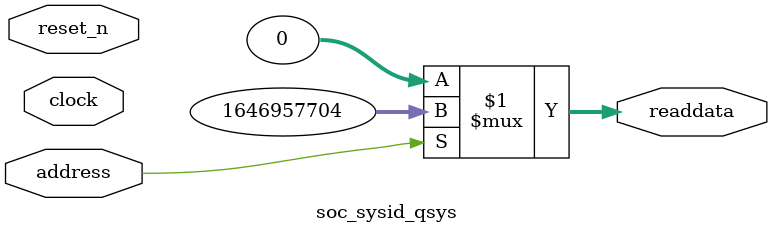
<source format=v>



// synthesis translate_off
`timescale 1ns / 1ps
// synthesis translate_on

// turn off superfluous verilog processor warnings 
// altera message_level Level1 
// altera message_off 10034 10035 10036 10037 10230 10240 10030 

module soc_sysid_qsys (
               // inputs:
                address,
                clock,
                reset_n,

               // outputs:
                readdata
             )
;

  output  [ 31: 0] readdata;
  input            address;
  input            clock;
  input            reset_n;

  wire    [ 31: 0] readdata;
  //control_slave, which is an e_avalon_slave
  assign readdata = address ? 1646957704 : 0;

endmodule



</source>
